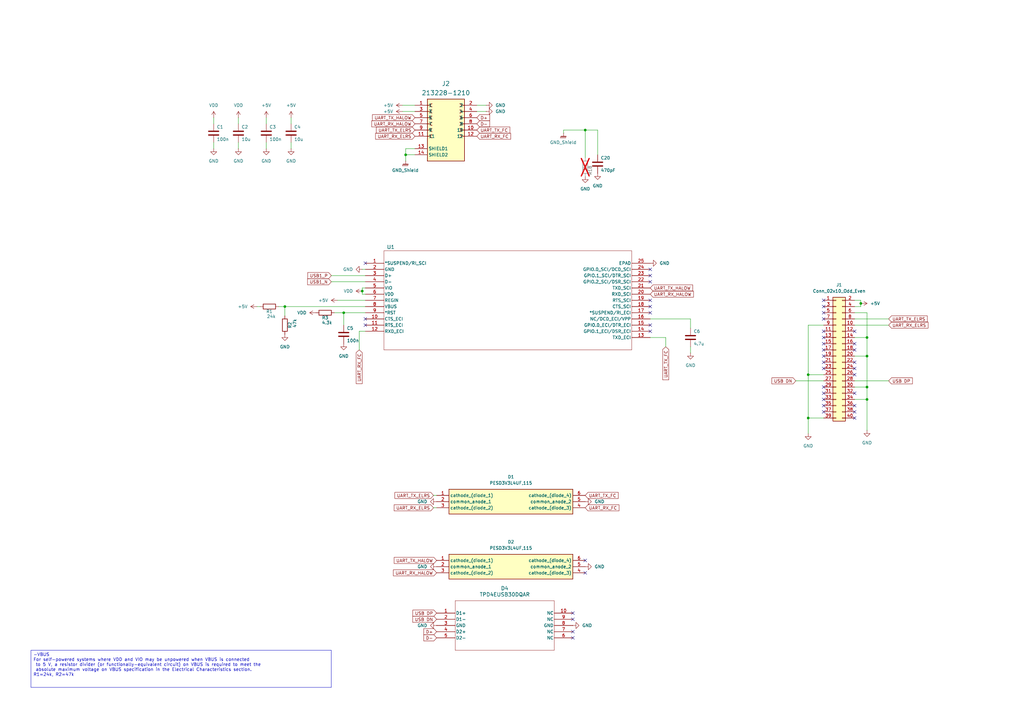
<source format=kicad_sch>
(kicad_sch (version 20231120) (generator "eeschema") (generator_version "8.0")
  (paper "A3")
  (title_block (title "UART_HUB") (date "2024-08-16") (rev "V1.1") (company "UART_HUB"))
  (lib_symbols
    (symbol "+3.3V_4" (power) (pin_names (offset 0))
      (property "Value" "+3.3V" (at 0 3.556 0))
      (symbol "+3.3V_4_0_1"
        (polyline (pts (xy -0.762 1.27) (xy 0 2.54)))
        (polyline (pts (xy 0 0) (xy 0 2.54)))
        (polyline (pts (xy 0 2.54) (xy 0.762 1.27)))
      )
      (symbol "+3.3V_4_1_1"
        (pin power_in line (at 0 0 90) (length 0) hide (name "+3.3V") (number "1"))
      )
    )
    (symbol "213227-1210:2132271210"
      (property "Reference" "J2" (at 0 19.05 0))
      (property "Value" "213228-1210" (at 0 15.24 0))
      (symbol "2132271210_1_0"
        (arc (start -5.715 -1.905) (mid -6.35 -2.54) (end -5.715 -3.175) (stroke (width 0.254)))
        (arc (start -5.715 0.635) (mid -6.35 0) (end -5.715 -0.635) (stroke (width 0.254)))
        (arc (start -5.715 3.175) (mid -6.35 2.54) (end -5.715 1.905) (stroke (width 0.254)))
        (arc (start -5.715 5.715) (mid -6.35 5.08) (end -5.715 4.445) (stroke (width 0.254)))
        (arc (start -5.715 8.255) (mid -6.35 7.62) (end -5.715 6.985) (stroke (width 0.254)))
        (arc (start -5.715 10.795) (mid -6.35 10.16) (end -5.715 9.525) (stroke (width 0.254)))
        (polyline (pts (xy -7.62 -2.54) (xy -6.35 -2.54)) (stroke (width 0.254)))
        (polyline (pts (xy -7.62 0) (xy -6.35 0)) (stroke (width 0.254)))
        (polyline (pts (xy -7.62 2.54) (xy -6.35 2.54)) (stroke (width 0.254)))
        (polyline (pts (xy -7.62 5.08) (xy -6.35 5.08)) (stroke (width 0.254)))
        (polyline (pts (xy -7.62 7.62) (xy -6.35 7.62)) (stroke (width 0.254)))
        (polyline (pts (xy -7.62 10.16) (xy -6.35 10.16)) (stroke (width 0.254)))
        (polyline (pts (xy 7.62 -2.54) (xy 6.35 -2.54)) (stroke (width 0.254)))
        (polyline (pts (xy 7.62 0) (xy 6.35 0)) (stroke (width 0.254)))
        (polyline (pts (xy 7.62 2.54) (xy 6.35 2.54)) (stroke (width 0.254)))
        (polyline (pts (xy 7.62 5.08) (xy 6.35 5.08)) (stroke (width 0.254)))
        (polyline (pts (xy 7.62 7.62) (xy 6.35 7.62)) (stroke (width 0.254)))
        (polyline (pts (xy 7.62 10.16) (xy 6.35 10.16)) (stroke (width 0.254)))
        (arc (start 5.715 -3.175) (mid 6.35 -2.54) (end 5.715 -1.905) (stroke (width 0.254)))
        (arc (start 5.715 -0.635) (mid 6.35 0) (end 5.715 0.635) (stroke (width 0.254)))
        (arc (start 5.715 1.905) (mid 6.35 2.54) (end 5.715 3.175) (stroke (width 0.254)))
        (arc (start 5.715 4.445) (mid 6.35 5.08) (end 5.715 5.715) (stroke (width 0.254)))
        (arc (start 5.715 6.985) (mid 6.35 7.62) (end 5.715 8.255) (stroke (width 0.254)))
        (arc (start 5.715 9.525) (mid 6.35 10.16) (end 5.715 10.795) (stroke (width 0.254)))
        (rectangle (start 7.62 12.7) (end -7.62 -12.7) (stroke (width 0.254) (color 128 0 0 1)) (fill (type background)))
        (pin passive line (at -12.7 10.16 0) (length 5.08) (name "1") (number "1"))
        (pin passive line (at 12.7 0 180) (length 5.08) (name "10") (number "10"))
        (pin passive line (at -12.7 -2.54 0) (length 5.08) (name "11") (number "11"))
        (pin passive line (at 12.7 -2.54 180) (length 5.08) (name "12") (number "12"))
        (pin passive line (at -12.7 -7.62 0) (length 5.08) (name "SHIELD1") (number "13"))
        (pin passive line (at -12.7 -10.16 0) (length 5.08) (name "SHIELD2") (number "14"))
        (pin passive line (at 12.7 10.16 180) (length 5.08) (name "2") (number "2"))
        (pin passive line (at -12.7 7.62 0) (length 5.08) (name "3") (number "3"))
        (pin passive line (at 12.7 7.62 180) (length 5.08) (name "4") (number "4"))
        (pin passive line (at -12.7 5.08 0) (length 5.08) (name "5") (number "5"))
        (pin passive line (at 12.7 5.08 180) (length 5.08) (name "6") (number "6"))
        (pin passive line (at -12.7 2.54 0) (length 5.08) (name "7") (number "7"))
        (pin passive line (at 12.7 2.54 180) (length 5.08) (name "8") (number "8"))
        (pin passive line (at -12.7 0 0) (length 5.08) (name "9") (number "9"))
      )
    )
    (symbol "CP2105:CP2105-F01-GM" (pin_names (offset 0.254))
      (property "Reference" "U1" (at 58.42 10.16 0))
      (property "Value" "CP2105-F01-GM" (at 58.42 7.62 0))
      (symbol "CP2105-F01-GM_0_1"
        (polyline (pts (xy 7.62 -35.56) (xy 109.22 -35.56)) (stroke (width 0.127)))
        (polyline (pts (xy 7.62 5.08) (xy 7.62 -35.56)) (stroke (width 0.127)))
        (polyline (pts (xy 109.22 -35.56) (xy 109.22 5.08)) (stroke (width 0.127)))
        (polyline (pts (xy 109.22 5.08) (xy 7.62 5.08)) (stroke (width 0.127)))
        (pin bidirectional line (at 0 0 0) (length 7.62) (name "*SUSPEND/RI_SCI") (number "1"))
        (pin input line (at 0 -22.86 0) (length 7.62) (name "CTS_ECI") (number "10"))
        (pin output line (at 0 -25.4 0) (length 7.62) (name "RTS_ECI") (number "11"))
        (pin input line (at 0 -27.94 0) (length 7.62) (name "RXD_ECI") (number "12"))
        (pin output line (at 116.84 -30.48 180) (length 7.62) (name "TXD_ECI") (number "13"))
        (pin bidirectional line (at 116.84 -27.94 180) (length 7.62) (name "GPIO.1_ECI/DSR_ECI") (number "14"))
        (pin bidirectional line (at 116.84 -25.4 180) (length 7.62) (name "GPIO.0_ECI/DTR_ECI") (number "15"))
        (pin bidirectional line (at 116.84 -22.86 180) (length 7.62) (name "NC/DCD_ECI/VPP") (number "16"))
        (pin bidirectional line (at 116.84 -20.32 180) (length 7.62) (name "*SUSPEND/RI_ECI") (number "17"))
        (pin input line (at 116.84 -17.78 180) (length 7.62) (name "CTS_SCI") (number "18"))
        (pin output line (at 116.84 -15.24 180) (length 7.62) (name "RTS_SCI") (number "19"))
        (pin power_in line (at 0 -2.54 0) (length 7.62) (name "GND") (number "2"))
        (pin input line (at 116.84 -12.7 180) (length 7.62) (name "RXD_SCI") (number "20"))
        (pin output line (at 116.84 -10.16 180) (length 7.62) (name "TXD_SCI") (number "21"))
        (pin bidirectional line (at 116.84 -7.62 180) (length 7.62) (name "GPIO.2_SCI/DSR_SCI") (number "22"))
        (pin bidirectional line (at 116.84 -5.08 180) (length 7.62) (name "GPIO.1_SCI/DTR_SCI") (number "23"))
        (pin bidirectional line (at 116.84 -2.54 180) (length 7.62) (name "GPIO.0_SCI/DCD_SCI") (number "24"))
        (pin bidirectional line (at 0 -5.08 0) (length 7.62) (name "D+") (number "3"))
        (pin bidirectional line (at 0 -7.62 0) (length 7.62) (name "D-") (number "4"))
        (pin bidirectional line (at 0 -10.16 0) (length 7.62) (name "VIO") (number "5"))
        (pin power_in line (at 0 -12.7 0) (length 7.62) (name "VDD") (number "6"))
        (pin input line (at 0 -15.24 0) (length 7.62) (name "REGIN") (number "7"))
        (pin input line (at 0 -17.78 0) (length 7.62) (name "VBUS") (number "8"))
        (pin bidirectional line (at 0 -20.32 0) (length 7.62) (name "*RST") (number "9"))
      )
      (symbol "CP2105-F01-GM_1_1"
        (pin passive line (at 116.84 0 180) (length 7.62) (name "EPAD") (number "25"))
      )
    )
    (symbol "C_1" (pin_numbers hide) (pin_names (offset 0.254) hide)
      (property "Reference" "C" (at 0.635 2.54 0))
      (property "Value" "C" (at 0.635 -2.54 0))
      (symbol "C_1_0_1"
        (polyline (pts (xy -2.032 -0.762) (xy 2.032 -0.762)) (stroke (width 0.508)))
        (polyline (pts (xy -2.032 0.762) (xy 2.032 0.762)) (stroke (width 0.508)))
      )
      (symbol "C_1_1_1"
        (pin passive line (at 0 3.81 270) (length 2.794) (name "~") (number "1"))
        (pin passive line (at 0 -3.81 90) (length 2.794) (name "~") (number "2"))
      )
    )
    (symbol "C_2" (pin_numbers hide) (pin_names (offset 0.254) hide)
      (property "Reference" "C" (at 0.635 2.54 0))
      (property "Value" "C" (at 0.635 -2.54 0))
      (symbol "C_2_0_1"
        (polyline (pts (xy -2.032 -0.762) (xy 2.032 -0.762)) (stroke (width 0.508)))
        (polyline (pts (xy -2.032 0.762) (xy 2.032 0.762)) (stroke (width 0.508)))
      )
      (symbol "C_2_1_1"
        (pin passive line (at 0 3.81 270) (length 2.794) (name "~") (number "1"))
        (pin passive line (at 0 -3.81 90) (length 2.794) (name "~") (number "2"))
      )
    )
    (symbol "Connector_Generic:Conn_02x20_Odd_Even" (pin_names (offset 1.016) hide)
      (property "Reference" "J" (at 1.27 25.4 0))
      (property "Value" "Conn_02x20_Odd_Even" (at 1.27 -27.94 0))
      (symbol "Conn_02x20_Odd_Even_1_1"
        (rectangle (start -1.27 -25.273) (end 0 -25.527) (stroke (width 0.1524)))
        (rectangle (start -1.27 -22.733) (end 0 -22.987) (stroke (width 0.1524)))
        (rectangle (start -1.27 -20.193) (end 0 -20.447) (stroke (width 0.1524)))
        (rectangle (start -1.27 -17.653) (end 0 -17.907) (stroke (width 0.1524)))
        (rectangle (start -1.27 -15.113) (end 0 -15.367) (stroke (width 0.1524)))
        (rectangle (start -1.27 -12.573) (end 0 -12.827) (stroke (width 0.1524)))
        (rectangle (start -1.27 -10.033) (end 0 -10.287) (stroke (width 0.1524)))
        (rectangle (start -1.27 -7.493) (end 0 -7.747) (stroke (width 0.1524)))
        (rectangle (start -1.27 -4.953) (end 0 -5.207) (stroke (width 0.1524)))
        (rectangle (start -1.27 -2.413) (end 0 -2.667) (stroke (width 0.1524)))
        (rectangle (start -1.27 0.127) (end 0 -0.127) (stroke (width 0.1524)))
        (rectangle (start -1.27 2.667) (end 0 2.413) (stroke (width 0.1524)))
        (rectangle (start -1.27 5.207) (end 0 4.953) (stroke (width 0.1524)))
        (rectangle (start -1.27 7.747) (end 0 7.493) (stroke (width 0.1524)))
        (rectangle (start -1.27 10.287) (end 0 10.033) (stroke (width 0.1524)))
        (rectangle (start -1.27 12.827) (end 0 12.573) (stroke (width 0.1524)))
        (rectangle (start -1.27 15.367) (end 0 15.113) (stroke (width 0.1524)))
        (rectangle (start -1.27 17.907) (end 0 17.653) (stroke (width 0.1524)))
        (rectangle (start -1.27 20.447) (end 0 20.193) (stroke (width 0.1524)))
        (rectangle (start -1.27 22.987) (end 0 22.733) (stroke (width 0.1524)))
        (rectangle (start -1.27 24.13) (end 3.81 -26.67) (stroke (width 0.254)) (fill (type background)))
        (rectangle (start 3.81 -25.273) (end 2.54 -25.527) (stroke (width 0.1524)))
        (rectangle (start 3.81 -22.733) (end 2.54 -22.987) (stroke (width 0.1524)))
        (rectangle (start 3.81 -20.193) (end 2.54 -20.447) (stroke (width 0.1524)))
        (rectangle (start 3.81 -17.653) (end 2.54 -17.907) (stroke (width 0.1524)))
        (rectangle (start 3.81 -15.113) (end 2.54 -15.367) (stroke (width 0.1524)))
        (rectangle (start 3.81 -12.573) (end 2.54 -12.827) (stroke (width 0.1524)))
        (rectangle (start 3.81 -10.033) (end 2.54 -10.287) (stroke (width 0.1524)))
        (rectangle (start 3.81 -7.493) (end 2.54 -7.747) (stroke (width 0.1524)))
        (rectangle (start 3.81 -4.953) (end 2.54 -5.207) (stroke (width 0.1524)))
        (rectangle (start 3.81 -2.413) (end 2.54 -2.667) (stroke (width 0.1524)))
        (rectangle (start 3.81 0.127) (end 2.54 -0.127) (stroke (width 0.1524)))
        (rectangle (start 3.81 2.667) (end 2.54 2.413) (stroke (width 0.1524)))
        (rectangle (start 3.81 5.207) (end 2.54 4.953) (stroke (width 0.1524)))
        (rectangle (start 3.81 7.747) (end 2.54 7.493) (stroke (width 0.1524)))
        (rectangle (start 3.81 10.287) (end 2.54 10.033) (stroke (width 0.1524)))
        (rectangle (start 3.81 12.827) (end 2.54 12.573) (stroke (width 0.1524)))
        (rectangle (start 3.81 15.367) (end 2.54 15.113) (stroke (width 0.1524)))
        (rectangle (start 3.81 17.907) (end 2.54 17.653) (stroke (width 0.1524)))
        (rectangle (start 3.81 20.447) (end 2.54 20.193) (stroke (width 0.1524)))
        (rectangle (start 3.81 22.987) (end 2.54 22.733) (stroke (width 0.1524)))
        (pin passive line (at -5.08 22.86 0) (length 3.81) (name "Pin_1") (number "1"))
        (pin passive line (at 7.62 12.7 180) (length 3.81) (name "Pin_10") (number "10"))
        (pin passive line (at -5.08 10.16 0) (length 3.81) (name "Pin_11") (number "11"))
        (pin passive line (at 7.62 10.16 180) (length 3.81) (name "Pin_12") (number "12"))
        (pin passive line (at -5.08 7.62 0) (length 3.81) (name "Pin_13") (number "13"))
        (pin passive line (at 7.62 7.62 180) (length 3.81) (name "Pin_14") (number "14"))
        (pin passive line (at -5.08 5.08 0) (length 3.81) (name "Pin_15") (number "15"))
        (pin passive line (at 7.62 5.08 180) (length 3.81) (name "Pin_16") (number "16"))
        (pin passive line (at -5.08 2.54 0) (length 3.81) (name "Pin_17") (number "17"))
        (pin passive line (at 7.62 2.54 180) (length 3.81) (name "Pin_18") (number "18"))
        (pin passive line (at -5.08 0 0) (length 3.81) (name "Pin_19") (number "19"))
        (pin passive line (at 7.62 22.86 180) (length 3.81) (name "Pin_2") (number "2"))
        (pin passive line (at 7.62 0 180) (length 3.81) (name "Pin_20") (number "20"))
        (pin passive line (at -5.08 -2.54 0) (length 3.81) (name "Pin_21") (number "21"))
        (pin passive line (at 7.62 -2.54 180) (length 3.81) (name "Pin_22") (number "22"))
        (pin passive line (at -5.08 -5.08 0) (length 3.81) (name "Pin_23") (number "23"))
        (pin passive line (at 7.62 -5.08 180) (length 3.81) (name "Pin_24") (number "24"))
        (pin passive line (at -5.08 -7.62 0) (length 3.81) (name "Pin_25") (number "25"))
        (pin passive line (at 7.62 -7.62 180) (length 3.81) (name "Pin_26") (number "26"))
        (pin passive line (at -5.08 -10.16 0) (length 3.81) (name "Pin_27") (number "27"))
        (pin passive line (at 7.62 -10.16 180) (length 3.81) (name "Pin_28") (number "28"))
        (pin passive line (at -5.08 -12.7 0) (length 3.81) (name "Pin_29") (number "29"))
        (pin passive line (at -5.08 20.32 0) (length 3.81) (name "Pin_3") (number "3"))
        (pin passive line (at 7.62 -12.7 180) (length 3.81) (name "Pin_30") (number "30"))
        (pin passive line (at -5.08 -15.24 0) (length 3.81) (name "Pin_31") (number "31"))
        (pin passive line (at 7.62 -15.24 180) (length 3.81) (name "Pin_32") (number "32"))
        (pin passive line (at -5.08 -17.78 0) (length 3.81) (name "Pin_33") (number "33"))
        (pin passive line (at 7.62 -17.78 180) (length 3.81) (name "Pin_34") (number "34"))
        (pin passive line (at -5.08 -20.32 0) (length 3.81) (name "Pin_35") (number "35"))
        (pin passive line (at 7.62 -20.32 180) (length 3.81) (name "Pin_36") (number "36"))
        (pin passive line (at -5.08 -22.86 0) (length 3.81) (name "Pin_37") (number "37"))
        (pin passive line (at 7.62 -22.86 180) (length 3.81) (name "Pin_38") (number "38"))
        (pin passive line (at -5.08 -25.4 0) (length 3.81) (name "Pin_39") (number "39"))
        (pin passive line (at 7.62 20.32 180) (length 3.81) (name "Pin_4") (number "4"))
        (pin passive line (at 7.62 -25.4 180) (length 3.81) (name "Pin_40") (number "40"))
        (pin passive line (at -5.08 17.78 0) (length 3.81) (name "Pin_5") (number "5"))
        (pin passive line (at 7.62 17.78 180) (length 3.81) (name "Pin_6") (number "6"))
        (pin passive line (at -5.08 15.24 0) (length 3.81) (name "Pin_7") (number "7"))
        (pin passive line (at 7.62 15.24 180) (length 3.81) (name "Pin_8") (number "8"))
        (pin passive line (at -5.08 12.7 0) (length 3.81) (name "Pin_9") (number "9"))
      )
    )
    (symbol "Device:C" (pin_numbers hide) (pin_names (offset 0.254))
      (property "Reference" "C" (at 0.635 2.54 0))
      (property "Value" "C" (at 0.635 -2.54 0))
      (symbol "C_0_1"
        (polyline (pts (xy -2.032 -0.762) (xy 2.032 -0.762)) (stroke (width 0.508)))
        (polyline (pts (xy -2.032 0.762) (xy 2.032 0.762)) (stroke (width 0.508)))
      )
      (symbol "C_1_1"
        (pin passive line (at 0 3.81 270) (length 2.794) (name "~") (number "1"))
        (pin passive line (at 0 -3.81 90) (length 2.794) (name "~") (number "2"))
      )
    )
    (symbol "Device:R" (pin_numbers hide) (pin_names (offset 0))
      (property "Reference" "R" (at 2.032 0 90))
      (property "Value" "R" (at 0 0 90))
      (symbol "R_0_1"
        (rectangle (start -1.016 -2.54) (end 1.016 2.54) (stroke (width 0.254)))
      )
      (symbol "R_1_1"
        (pin passive line (at 0 3.81 270) (length 1.27) (name "~") (number "1"))
        (pin passive line (at 0 -3.81 90) (length 1.27) (name "~") (number "2"))
      )
    )
    (symbol "GND_1" (power) (pin_numbers hide) (pin_names (offset 0) hide)
      (property "Value" "GND" (at 0 -3.81 0))
      (symbol "GND_1_0_1"
        (polyline (pts (xy 0 0) (xy 0 -1.27) (xy 1.27 -1.27) (xy 0 -2.54) (xy -1.27 -1.27) (xy 0 -1.27)))
      )
      (symbol "GND_1_1_1"
        (pin power_in line (at 0 0 270) (length 0) (name "~") (number "1"))
      )
    )
    (symbol "PESD3V3L4UF,115:PESD3V3L4UF,115"
      (property "Reference" "D" (at 57.15 7.62 0))
      (property "Value" "PESD3V3L4UF,115" (at 57.15 5.08 0))
      (symbol "PESD3V3L4UF,115_1_1"
        (rectangle (start 5.08 2.54) (end 55.88 -7.62) (stroke (width 0.254)) (fill (type background)))
        (pin passive line (at 0 0 0) (length 5.08) (name "cathode_(diode_1)") (number "1"))
        (pin passive line (at 0 -2.54 0) (length 5.08) (name "common_anode_1") (number "2"))
        (pin passive line (at 0 -5.08 0) (length 5.08) (name "cathode_(diode_2)") (number "3"))
        (pin passive line (at 60.96 -5.08 180) (length 5.08) (name "cathode_(diode_3)") (number "4"))
        (pin passive line (at 60.96 -2.54 180) (length 5.08) (name "common_anode_2") (number "5"))
        (pin passive line (at 60.96 0 180) (length 5.08) (name "cathode_(diode_4)") (number "6"))
      )
    )
    (symbol "TPD4EUSB30DQAR:TPD4EUSB30DQAR" (pin_names (offset 0.254))
      (property "Reference" "U" (at 27.94 10.16 0))
      (property "Value" "TPD4EUSB30DQAR" (at 27.94 7.62 0))
      (symbol "TPD4EUSB30DQAR_0_1"
        (polyline (pts (xy 7.62 -15.24) (xy 48.26 -15.24)) (stroke (width 0.127)))
        (polyline (pts (xy 7.62 5.08) (xy 7.62 -15.24)) (stroke (width 0.127)))
        (polyline (pts (xy 48.26 -15.24) (xy 48.26 5.08)) (stroke (width 0.127)))
        (polyline (pts (xy 48.26 5.08) (xy 7.62 5.08)) (stroke (width 0.127)))
        (pin unspecified line (at 0 0 0) (length 7.62) (name "D1+") (number "1"))
        (pin unspecified line (at 55.88 0 180) (length 7.62) (name "NC") (number "10"))
        (pin unspecified line (at 0 -2.54 0) (length 7.62) (name "D1-") (number "2"))
        (pin power_in line (at 0 -5.08 0) (length 7.62) (name "GND") (number "3"))
        (pin unspecified line (at 0 -7.62 0) (length 7.62) (name "D2+") (number "4"))
        (pin unspecified line (at 0 -10.16 0) (length 7.62) (name "D2-") (number "5"))
        (pin unspecified line (at 55.88 -10.16 180) (length 7.62) (name "NC") (number "6"))
        (pin unspecified line (at 55.88 -7.62 180) (length 7.62) (name "NC") (number "7"))
        (pin power_in line (at 55.88 -5.08 180) (length 7.62) (name "GND") (number "8"))
        (pin unspecified line (at 55.88 -2.54 180) (length 7.62) (name "NC") (number "9"))
      )
    )
    (symbol "power:+5VD" (power) (pin_numbers hide) (pin_names (offset 0) hide)
      (property "Value" "+5VD" (at 0 3.556 0))
      (symbol "+5VD_0_1"
        (polyline (pts (xy -0.762 1.27) (xy 0 2.54)))
        (polyline (pts (xy 0 0) (xy 0 2.54)))
        (polyline (pts (xy 0 2.54) (xy 0.762 1.27)))
      )
      (symbol "+5VD_1_1"
        (pin power_in line (at 0 0 90) (length 0) (name "~") (number "1"))
      )
    )
    (symbol "power:GND" (power) (pin_numbers hide) (pin_names (offset 0) hide)
      (property "Value" "GND" (at 0 -3.81 0))
      (symbol "GND_0_1"
        (polyline (pts (xy 0 0) (xy 0 -1.27) (xy 1.27 -1.27) (xy 0 -2.54) (xy -1.27 -1.27) (xy 0 -1.27)))
      )
      (symbol "GND_1_1"
        (pin power_in line (at 0 0 270) (length 0) (name "~") (number "1"))
      )
    )
    (symbol "power:GNDPWR" (power) (pin_numbers hide) (pin_names (offset 0) hide)
      (property "Value" "GNDPWR" (at 0 -3.302 0))
      (symbol "GNDPWR_0_1"
        (polyline (pts (xy 0 -1.27) (xy 0 0)))
        (polyline (pts (xy -1.016 -1.27) (xy -1.27 -2.032) (xy -1.27 -2.032)) (stroke (width 0.2032)))
        (polyline (pts (xy -0.508 -1.27) (xy -0.762 -2.032) (xy -0.762 -2.032)) (stroke (width 0.2032)))
        (polyline (pts (xy 0 -1.27) (xy -0.254 -2.032) (xy -0.254 -2.032)) (stroke (width 0.2032)))
        (polyline (pts (xy 0.508 -1.27) (xy 0.254 -2.032) (xy 0.254 -2.032)) (stroke (width 0.2032)))
        (polyline (pts (xy 1.016 -1.27) (xy -1.016 -1.27) (xy -1.016 -1.27)) (stroke (width 0.2032)))
        (polyline (pts (xy 1.016 -1.27) (xy 0.762 -2.032) (xy 0.762 -2.032) (xy 0.762 -2.032)) (stroke (width 0.2032)))
      )
      (symbol "GNDPWR_1_1"
        (pin power_in line (at 0 0 270) (length 0) (name "~") (number "1"))
      )
    )
  )
  (junction (at 355.6 146.05))
  (junction (at 148.59 119.38))
  (junction (at 331.47 153.67))
  (junction (at 355.6 163.83))
  (junction (at 353.06 124.46))
  (junction (at 355.6 158.75))
  (junction (at 331.47 171.45))
  (junction (at 166.37 63.5))
  (junction (at 116.84 125.73))
  (junction (at 355.6 138.43))
  (junction (at 240.03 53.34))
  (junction (at 140.97 128.27))
  (no_connect (at 240.03 229.87))
  (no_connect (at 350.52 153.67))
  (no_connect (at 337.82 166.37))
  (no_connect (at 234.95 254))
  (no_connect (at 266.7 115.57))
  (no_connect (at 337.82 158.75))
  (no_connect (at 266.7 135.89))
  (no_connect (at 350.52 161.29))
  (no_connect (at 350.52 166.37))
  (no_connect (at 266.7 128.27))
  (no_connect (at 266.7 123.19))
  (no_connect (at 337.82 125.73))
  (no_connect (at 350.52 135.89))
  (no_connect (at 337.82 161.29))
  (no_connect (at 337.82 135.89))
  (no_connect (at 234.95 251.46))
  (no_connect (at 266.7 113.03))
  (no_connect (at 350.52 148.59))
  (no_connect (at 350.52 140.97))
  (no_connect (at 266.7 133.35))
  (no_connect (at 337.82 163.83))
  (no_connect (at 266.7 125.73))
  (no_connect (at 337.82 143.51))
  (no_connect (at 240.03 234.95))
  (no_connect (at 337.82 151.13))
  (no_connect (at 350.52 168.91))
  (no_connect (at 337.82 130.81))
  (no_connect (at 337.82 138.43))
  (no_connect (at 337.82 168.91))
  (no_connect (at 337.82 148.59))
  (no_connect (at 149.86 133.35))
  (no_connect (at 337.82 128.27))
  (no_connect (at 350.52 171.45))
  (no_connect (at 350.52 151.13))
  (no_connect (at 266.7 110.49))
  (no_connect (at 350.52 143.51))
  (no_connect (at 337.82 146.05))
  (no_connect (at 234.95 259.08))
  (no_connect (at 149.86 130.81))
  (no_connect (at 149.86 107.95))
  (no_connect (at 234.95 261.62))
  (no_connect (at 337.82 140.97))
  (no_connect (at 337.82 123.19))
  (wire (pts (xy 116.84 129.54) (xy 116.84 125.73)))
  (wire (pts (xy 350.52 156.21) (xy 364.49 156.21)))
  (wire (pts (xy 97.79 48.26) (xy 97.79 50.8)))
  (wire (pts (xy 148.59 110.49) (xy 149.86 110.49)))
  (wire (pts (xy 119.38 60.96) (xy 119.38 58.42)))
  (wire (pts (xy 355.6 146.05) (xy 355.6 158.75)))
  (wire (pts (xy 331.47 153.67) (xy 331.47 171.45)))
  (wire (pts (xy 231.14 53.34) (xy 240.03 53.34)))
  (wire (pts (xy 353.06 125.73) (xy 350.52 125.73)))
  (wire (pts (xy 137.16 128.27) (xy 140.97 128.27)))
  (wire (pts (xy 331.47 171.45) (xy 331.47 177.8)))
  (wire (pts (xy 355.6 138.43) (xy 355.6 146.05)))
  (wire (pts (xy 245.11 53.34) (xy 245.11 63.5)))
  (wire (pts (xy 97.79 60.96) (xy 97.79 58.42)))
  (wire (pts (xy 355.6 163.83) (xy 355.6 176.53)))
  (wire (pts (xy 331.47 171.45) (xy 337.82 171.45)))
  (wire (pts (xy 350.52 130.81) (xy 364.49 130.81)))
  (wire (pts (xy 135.89 113.03) (xy 149.86 113.03)))
  (wire (pts (xy 147.32 143.51) (xy 147.32 135.89)))
  (wire (pts (xy 355.6 128.27) (xy 355.6 138.43)))
  (wire (pts (xy 199.39 43.18) (xy 195.58 43.18)))
  (wire (pts (xy 355.6 158.75) (xy 355.6 163.83)))
  (wire (pts (xy 331.47 133.35) (xy 331.47 153.67)))
  (wire (pts (xy 231.14 53.34) (xy 231.14 54.61)))
  (wire (pts (xy 350.52 128.27) (xy 355.6 128.27)))
  (wire (pts (xy 148.59 118.11) (xy 148.59 119.38)))
  (wire (pts (xy 177.8 208.28) (xy 179.07 208.28)))
  (wire (pts (xy 177.8 203.2) (xy 179.07 203.2)))
  (wire (pts (xy 350.52 123.19) (xy 353.06 123.19)))
  (wire (pts (xy 116.84 125.73) (xy 114.3 125.73)))
  (wire (pts (xy 273.05 138.43) (xy 266.7 138.43)))
  (wire (pts (xy 240.03 53.34) (xy 245.11 53.34)))
  (wire (pts (xy 331.47 153.67) (xy 337.82 153.67)))
  (wire (pts (xy 135.89 115.57) (xy 149.86 115.57)))
  (wire (pts (xy 166.37 63.5) (xy 170.18 63.5)))
  (wire (pts (xy 119.38 48.26) (xy 119.38 50.8)))
  (wire (pts (xy 147.32 135.89) (xy 149.86 135.89)))
  (wire (pts (xy 105.41 125.73) (xy 106.68 125.73)))
  (wire (pts (xy 283.21 130.81) (xy 283.21 134.62)))
  (wire (pts (xy 266.7 130.81) (xy 283.21 130.81)))
  (wire (pts (xy 87.63 60.96) (xy 87.63 58.42)))
  (wire (pts (xy 326.39 156.21) (xy 337.82 156.21)))
  (wire (pts (xy 240.03 53.34) (xy 240.03 64.77)))
  (wire (pts (xy 350.52 158.75) (xy 355.6 158.75)))
  (wire (pts (xy 350.52 133.35) (xy 364.49 133.35)))
  (wire (pts (xy 350.52 163.83) (xy 355.6 163.83)))
  (wire (pts (xy 116.84 125.73) (xy 149.86 125.73)))
  (wire (pts (xy 350.52 146.05) (xy 355.6 146.05)))
  (wire (pts (xy 165.1 45.72) (xy 170.18 45.72)))
  (wire (pts (xy 148.59 118.11) (xy 149.86 118.11)))
  (wire (pts (xy 165.1 43.18) (xy 170.18 43.18)))
  (wire (pts (xy 109.22 48.26) (xy 109.22 50.8)))
  (wire (pts (xy 350.52 138.43) (xy 355.6 138.43)))
  (wire (pts (xy 337.82 133.35) (xy 331.47 133.35)))
  (wire (pts (xy 273.05 138.43) (xy 273.05 142.24)))
  (wire (pts (xy 166.37 63.5) (xy 166.37 66.04)))
  (wire (pts (xy 283.21 144.78) (xy 283.21 142.24)))
  (wire (pts (xy 199.39 45.72) (xy 195.58 45.72)))
  (wire (pts (xy 140.97 128.27) (xy 149.86 128.27)))
  (wire (pts (xy 87.63 48.26) (xy 87.63 50.8)))
  (wire (pts (xy 166.37 60.96) (xy 166.37 63.5)))
  (wire (pts (xy 149.86 120.65) (xy 148.59 120.65)))
  (wire (pts (xy 109.22 58.42) (xy 109.22 60.96)))
  (wire (pts (xy 140.97 128.27) (xy 140.97 133.35)))
  (wire (pts (xy 353.06 124.46) (xy 353.06 125.73)))
  (wire (pts (xy 138.43 123.19) (xy 149.86 123.19)))
  (wire (pts (xy 166.37 60.96) (xy 170.18 60.96)))
  (wire (pts (xy 148.59 119.38) (xy 148.59 120.65)))
  (wire (pts (xy 353.06 123.19) (xy 353.06 124.46)))
  (text_box "-VBUS\nFor self-powered systems where VDD and VIO may be unpowered when VBUS is connected\n to 5 V, a resistor divider (or functionally-equivalent circuit) on VBUS is required to meet the\n absolute maximum voltage on VBUS specification in the Electrical Characteristics section.\nR1=24k, R2=47k" (at 12.7 266.7 0) (size 123.19 15.24) (effects (font (size 1.27 1.27)) (justify left top)))
  (global_label "USB DP" (shape input) (at 179.07 251.46 180) (property "Intersheetrefs" "${INTERSHEET_REFS}" (effects (hide yes))))
  (global_label "UART_RX_ELRS" (shape input) (at 177.8 208.28 180) (property "Intersheetrefs" "${INTERSHEET_REFS}" (effects (hide yes))))
  (global_label "UART_TX_FC" (shape input) (at 195.58 53.34 0) (property "Intersheetrefs" "${INTERSHEET_REFS}" (effects (hide yes))))
  (global_label "UART_RX_FC" (shape input) (at 240.03 208.28 0) (property "Intersheetrefs" "${INTERSHEET_REFS}" (effects (hide yes))))
  (global_label "USB DP" (shape input) (at 364.49 156.21 0) (property "Intersheetrefs" "${INTERSHEET_REFS}" (effects (hide yes))))
  (global_label "USB1_P" (shape input) (at 135.89 113.03 180) (property "Intersheetrefs" "${INTERSHEET_REFS}" (effects (hide yes))))
  (global_label "UART_TX_HALOW" (shape input) (at 179.07 229.87 180) (property "Intersheetrefs" "${INTERSHEET_REFS}" (effects (hide yes))))
  (global_label "UART_TX_ELRS" (shape input) (at 177.8 203.2 180) (property "Intersheetrefs" "${INTERSHEET_REFS}" (effects (hide yes))))
  (global_label "D+" (shape input) (at 195.58 48.26 0) (property "Intersheetrefs" "${INTERSHEET_REFS}" (effects (hide yes))))
  (global_label "UART_RX_HALOW" (shape input) (at 266.7 120.65 0) (property "Intersheetrefs" "${INTERSHEET_REFS}" (effects (hide yes))))
  (global_label "UART_TX_FC" (shape input) (at 273.05 142.24 270) (property "Intersheetrefs" "${INTERSHEET_REFS}" (effects (hide yes))))
  (global_label "UART_TX_HALOW" (shape input) (at 170.18 48.26 180) (property "Intersheetrefs" "${INTERSHEET_REFS}" (effects (hide yes))))
  (global_label "UART_TX_FC" (shape input) (at 240.03 203.2 0) (property "Intersheetrefs" "${INTERSHEET_REFS}" (effects (hide yes))))
  (global_label "USB1_N" (shape input) (at 135.89 115.57 180) (property "Intersheetrefs" "${INTERSHEET_REFS}" (effects (hide yes))))
  (global_label "UART_RX_HALOW" (shape input) (at 170.18 50.8 180) (property "Intersheetrefs" "${INTERSHEET_REFS}" (effects (hide yes))))
  (global_label "UART_RX_HALOW" (shape input) (at 179.07 234.95 180) (property "Intersheetrefs" "${INTERSHEET_REFS}" (effects (hide yes))))
  (global_label "UART_TX_ELRS" (shape input) (at 364.49 130.81 0) (property "Intersheetrefs" "${INTERSHEET_REFS}" (effects (hide yes))))
  (global_label "UART_RX_ELRS" (shape input) (at 170.18 55.88 180) (property "Intersheetrefs" "${INTERSHEET_REFS}" (effects (hide yes))))
  (global_label "UART_RX_FC" (shape input) (at 147.32 143.51 270) (property "Intersheetrefs" "${INTERSHEET_REFS}" (effects (hide yes))))
  (global_label "D-" (shape input) (at 179.07 261.62 180) (property "Intersheetrefs" "${INTERSHEET_REFS}" (effects (hide yes))))
  (global_label "UART_RX_ELRS" (shape input) (at 364.49 133.35 0) (property "Intersheetrefs" "${INTERSHEET_REFS}" (effects (hide yes))))
  (global_label "UART_TX_HALOW" (shape input) (at 266.7 118.11 0) (property "Intersheetrefs" "${INTERSHEET_REFS}" (effects (hide yes))))
  (global_label "UART_TX_ELRS" (shape input) (at 170.18 53.34 180) (property "Intersheetrefs" "${INTERSHEET_REFS}" (effects (hide yes))))
  (global_label "D-" (shape input) (at 195.58 50.8 0) (property "Intersheetrefs" "${INTERSHEET_REFS}" (effects (hide yes))))
  (global_label "USB DN" (shape input) (at 179.07 254 180) (property "Intersheetrefs" "${INTERSHEET_REFS}" (effects (hide yes))))
  (global_label "USB DN" (shape input) (at 326.39 156.21 180) (property "Intersheetrefs" "${INTERSHEET_REFS}" (effects (hide yes))))
  (global_label "UART_RX_FC" (shape input) (at 195.58 55.88 0) (property "Intersheetrefs" "${INTERSHEET_REFS}" (effects (hide yes))))
  (global_label "D+" (shape input) (at 179.07 259.08 180) (property "Intersheetrefs" "${INTERSHEET_REFS}" (effects (hide yes))))
  (symbol (lib_id "Device:C") (at 87.63 54.61 0) (unit 1)
    (property "Reference" "C1" (at 88.9 52.07 0) (effects (justify left)))
    (property "Value" "100n" (at 88.9 57.15 0) (effects (justify left)))
    (property "Footprint" "Capacitor_SMD:C_0201_0603Metric" (effects (hide yes)))
    (property "Description" "Capacitor" (effects (hide yes)))
    (property "Part" "CL10B104KB8NNWC" (effects (hide yes)))
  )
  (symbol (lib_id "Device:R") (at 116.84 133.35 180) (unit 1)
    (property "Reference" "R2" (at 118.872 133.35 90))
    (property "Value" "47k" (at 120.904 132.588 90))
    (property "Footprint" "Resistor_SMD:R_0201_0603Metric" (effects (hide yes)))
    (property "Description" "Resistor" (effects (hide yes)))
    (property "Part" "0201WMF4702TEE" (effects (hide yes)))
  )
  (symbol (lib_id "power:GND") (at 199.39 43.18 90) (unit 1)
    (property "Reference" "#PWR019" (effects (hide yes)))
    (property "Value" "GND" (at 203.2 43.1801 90) (effects (justify right)))
    (property "Description" "Power symbol creates a global label with name \"GND\" , ground" (effects (hide yes)))
  )
  (symbol (lib_name "C_2") (lib_id "Device:C") (at 119.38 54.61 0) (unit 1)
    (property "Reference" "C4" (at 120.65 52.07 0) (effects (justify left)))
    (property "Value" "10u" (at 120.65 57.15 0) (effects (justify left)))
    (property "Footprint" "Capacitor_SMD:C_0805_2012Metric" (effects (hide yes)))
    (property "Description" "Capacitor" (effects (hide yes)))
    (property "Part" "CL21A106KOQNNNE" (effects (hide yes)))
  )
  (symbol (lib_id "Device:R") (at 133.35 128.27 90) (unit 1)
    (property "Reference" "R3" (at 133.35 130.302 90))
    (property "Value" "4.3k" (at 134.112 132.334 90))
    (property "Footprint" "Resistor_SMD:R_0201_0603Metric" (effects (hide yes)))
    (property "Description" "Resistor" (effects (hide yes)))
    (property "Part" "RNCP0603FTD1K00" (effects (hide yes)))
  )
  (symbol (lib_id "power:GND") (at 355.6 176.53 0) (unit 1)
    (property "Reference" "#PWR040" (effects (hide yes)))
    (property "Value" "GND" (at 355.6 181.61 0))
    (property "Description" "Power symbol creates a global label with name \"GND\" , ground" (effects (hide yes)))
  )
  (symbol (lib_id "power:GND") (at 179.07 256.54 270) (unit 1)
    (property "Reference" "#PWR078" (effects (hide yes)))
    (property "Value" "GND" (at 175.26 256.5399 90) (effects (justify right)))
    (property "Description" "Power symbol creates a global label with name \"GND\" , ground" (effects (hide yes)))
  )
  (symbol (lib_id "power:GND") (at 234.95 256.54 90) (unit 1)
    (property "Reference" "#PWR079" (effects (hide yes)))
    (property "Value" "GND" (at 238.76 256.5399 90) (effects (justify right)))
    (property "Description" "Power symbol creates a global label with name \"GND\" , ground" (effects (hide yes)))
  )
  (symbol (lib_id "power:GND") (at 283.21 144.78 0) (unit 1)
    (property "Reference" "#PWR025" (effects (hide yes)))
    (property "Value" "GND" (at 283.21 149.86 0))
    (property "Description" "Power symbol creates a global label with name \"GND\" , ground" (effects (hide yes)))
  )
  (symbol (lib_id "power:GND") (at 240.03 205.74 90) (unit 1)
    (property "Reference" "#PWR020" (effects (hide yes)))
    (property "Value" "GND" (at 243.84 205.7399 90) (effects (justify right)))
    (property "Description" "Power symbol creates a global label with name \"GND\" , ground" (effects (hide yes)))
  )
  (symbol (lib_id "Device:C") (at 283.21 138.43 0) (unit 1)
    (property "Reference" "C6" (at 284.48 135.89 0) (effects (justify left)))
    (property "Value" "4.7u" (at 284.48 140.97 0) (effects (justify left)))
    (property "Footprint" "Capacitor_SMD:C_01005_0402Metric" (effects (hide yes)))
    (property "Description" "Capacitor" (effects (hide yes)))
    (property "Part" "CL05A475MO5NUNC" (effects (hide yes)))
  )
  (symbol (lib_name "+3.3V_4") (lib_id "power:+3.3V") (at 138.43 123.19 90) (unit 1)
    (property "Reference" "#PWR014" (effects (hide yes)))
    (property "Value" "+5V" (at 134.62 123.1899 90) (effects (justify left)))
  )
  (symbol (lib_id "Device:C") (at 140.97 137.16 0) (unit 1)
    (property "Reference" "C5" (at 142.24 134.62 0) (effects (justify left)))
    (property "Value" "100n" (at 142.24 139.7 0) (effects (justify left)))
    (property "Footprint" "Capacitor_SMD:C_0201_0603Metric" (effects (hide yes)))
    (property "Description" "Capacitor" (effects (hide yes)))
    (property "Part" "CL10B104KB8NNWC" (effects (hide yes)))
  )
  (symbol (lib_id "power:GND") (at 266.7 107.95 90) (unit 1)
    (property "Reference" "#PWR024" (effects (hide yes)))
    (property "Value" "GND" (at 270.51 107.9499 90) (effects (justify right)))
    (property "Description" "Power symbol creates a global label with name \"GND\" , ground" (effects (hide yes)))
  )
  (symbol (lib_id "Device:C") (at 109.22 54.61 0) (unit 1)
    (property "Reference" "C3" (at 110.49 52.07 0) (effects (justify left)))
    (property "Value" "100n" (at 110.49 57.15 0) (effects (justify left)))
    (property "Footprint" "Capacitor_SMD:C_0201_0603Metric" (effects (hide yes)))
    (property "Description" "Capacitor" (effects (hide yes)))
    (property "Part" "CL10B104KB8NNWC" (effects (hide yes)))
  )
  (symbol (lib_name "C_1") (lib_id "Device:C") (at 97.79 54.61 0) (unit 1)
    (property "Reference" "C2" (at 99.06 52.07 0) (effects (justify left)))
    (property "Value" "10u" (at 99.06 57.15 0) (effects (justify left)))
    (property "Footprint" "Capacitor_SMD:C_0805_2012Metric" (effects (hide yes)))
    (property "Description" "Capacitor" (effects (hide yes)))
    (property "Part" "CL21A106KOQNNNE" (effects (hide yes)))
  )
  (symbol (lib_name "GND_1") (lib_id "power:GND") (at 245.11 71.12 0) (unit 1)
    (property "Reference" "#PWR082" (effects (hide yes)))
    (property "Value" "GND" (at 245.11 76.2 0))
    (property "Description" "Power symbol creates a global label with name \"GND\" , ground" (effects (hide yes)))
  )
  (symbol (lib_id "power:GND") (at 199.39 45.72 90) (unit 1)
    (property "Reference" "#PWR018" (effects (hide yes)))
    (property "Value" "GND" (at 203.2 45.7201 90) (effects (justify right)))
    (property "Description" "Power symbol creates a global label with name \"GND\" , ground" (effects (hide yes)))
  )
  (symbol (lib_id "power:+5VD") (at 129.54 128.27 90) (unit 1)
    (property "Reference" "#PWR09" (effects (hide yes)))
    (property "Value" "VDD" (at 125.73 128.2699 90) (effects (justify left)))
    (property "Description" "Power symbol creates a global label with name \"+5VD\"" (effects (hide yes)))
  )
  (symbol (lib_id "power:GND") (at 179.07 205.74 270) (unit 1)
    (property "Reference" "#PWR010" (effects (hide yes)))
    (property "Value" "GND" (at 175.26 205.7399 90) (effects (justify right)))
    (property "Description" "Power symbol creates a global label with name \"GND\" , ground" (effects (hide yes)))
  )
  (symbol (lib_id "power:GNDPWR") (at 166.37 66.04 0) (unit 1)
    (property "Reference" "#PWR083" (effects (hide yes)))
    (property "Value" "GND_Shield" (at 166.243 69.85 0))
    (property "Description" "Power symbol creates a global label with name \"GNDPWR\" , global ground" (effects (hide yes)))
  )
  (symbol (lib_id "power:+5VD") (at 97.79 48.26 0) (unit 1)
    (property "Reference" "#PWR04" (effects (hide yes)))
    (property "Value" "VDD" (at 97.79 43.18 0))
    (property "Description" "Power symbol creates a global label with name \"+5VD\"" (effects (hide yes)))
  )
  (symbol (lib_id "power:GND") (at 179.07 232.41 270) (unit 1)
    (property "Reference" "#PWR011" (effects (hide yes)))
    (property "Value" "GND" (at 175.26 232.4099 90) (effects (justify right)))
    (property "Description" "Power symbol creates a global label with name \"GND\" , ground" (effects (hide yes)))
  )
  (symbol (lib_name "+3.3V_4") (lib_id "power:+3.3V") (at 119.38 48.26 0) (unit 1)
    (property "Reference" "#PWR012" (effects (hide yes)))
    (property "Value" "+5V" (at 119.38 43.18 0))
  )
  (symbol (lib_id "power:GND") (at 240.03 232.41 90) (unit 1)
    (property "Reference" "#PWR021" (effects (hide yes)))
    (property "Value" "GND" (at 243.84 232.4099 90) (effects (justify right)))
    (property "Description" "Power symbol creates a global label with name \"GND\" , ground" (effects (hide yes)))
  )
  (symbol (lib_id "Device:C") (at 245.11 67.31 0) (unit 1)
    (property "Reference" "C20" (at 246.38 64.77 0) (effects (justify left)))
    (property "Value" "470pF" (at 246.38 69.85 0) (effects (justify left)))
    (property "Footprint" "Capacitor_SMD:C_1206_3216Metric" (effects (hide yes)))
    (property "Datasheet" "https://wmsc.lcsc.com/wmsc/upload/file/pdf/v2/lcsc/2208181800_FOJAN-FCC1206B471K102DT_C5137622.pdf" (effects (hide yes)))
    (property "Description" "1kV 470pF X7R ±10% 1206  Multilayer Ceramic Capacitors MLCC - SMD/SMT ROHS" (effects (hide yes)))
    (property "Part" "FCC1206B471K102DT" (effects (hide yes)))
  )
  (symbol (lib_id "power:GND") (at 148.59 110.49 270) (unit 1)
    (property "Reference" "#PWR016" (effects (hide yes)))
    (property "Value" "GND" (at 144.78 110.4899 90) (effects (justify right)))
    (property "Description" "Power symbol creates a global label with name \"GND\" , ground" (effects (hide yes)))
  )
  (symbol (lib_name "+3.3V_4") (lib_id "power:+3.3V") (at 165.1 45.72 90) (unit 1)
    (property "Reference" "#PWR022" (effects (hide yes)))
    (property "Value" "+5V" (at 161.29 45.7201 90) (effects (justify left)))
  )
  (symbol (lib_id "Device:R") (at 110.49 125.73 90) (unit 1)
    (property "Reference" "R1" (at 110.49 127.762 90))
    (property "Value" "24k" (at 111.252 129.794 90))
    (property "Footprint" "Resistor_SMD:R_0201_0603Metric" (effects (hide yes)))
    (property "Description" "Resistor" (effects (hide yes)))
    (property "Part" "RC-01W2402FT" (effects (hide yes)))
  )
  (symbol (lib_id "TPD4EUSB30DQAR:TPD4EUSB30DQAR") (at 179.07 251.46 0) (unit 1)
    (property "Reference" "D4" (at 207.01 241.3 0) (effects (font (size 1.524 1.524))))
    (property "Value" "TPD4EUSB30DQAR" (at 207.01 243.84 0) (effects (font (size 1.524 1.524))))
    (property "Footprint" "TPD4EUSB30DQAR:DQA10" (effects (hide yes)))
    (property "Datasheet" "TPD4EUSB30DQAR" (effects (hide yes)))
  )
  (symbol (lib_id "Connector_Generic:Conn_02x20_Odd_Even") (at 342.9 146.05 0) (unit 1)
    (property "Reference" "J1" (at 344.17 116.84 0))
    (property "Value" "Conn_02x10_Odd_Even" (at 344.17 119.38 0))
    (property "Footprint" "Connector_Samtec_HLE_THT:Samtec_HLE-120-02-xx-DV-TE_2x20_P2.54mm_Horizontal" (effects (hide yes)))
    (property "Description" "Generic connector, double row, 02x20, odd/even pin numbering scheme (row 1 odd numbers, row 2 even numbers), script generated (kicad-library-utils/schlib/autogen/connector/)" (effects (hide yes)))
  )
  (symbol (lib_id "CP2105:CP2105-F01-GM") (at 149.86 107.95 0) (unit 1)
    (property "Reference" "U1" (at 160.274 101.346 0) (effects (font (size 1.524 1.524))))
    (property "Value" "CP2105-F01-GM" (effects (hide yes)))
    (property "Footprint" "CP2105:QFN24_4X4_SIL-L" (effects (hide yes)))
    (property "Datasheet" "CP2105-F01-GM" (effects (hide yes)))
  )
  (symbol (lib_id "Device:R") (at 240.03 68.58 0) (unit 1) (dnp yes)
    (property "Reference" "R18" (at 242.062 69.85 90))
    (property "Value" "2M" (at 240.03 68.834 90))
    (property "Footprint" "Capacitor_SMD:C_1206_3216Metric" (effects (hide yes)))
    (property "Datasheet" "https://wmsc.lcsc.com/wmsc/upload/file/pdf/v2/lcsc/2206010030_UNI-ROYAL-Uniroyal-Elec-1206W4F2004T5E_C26120.pdf" (effects (hide yes)))
    (property "Description" "250mW Thick Film Resistors 200V ±100ppm/℃ ±1% 2MΩ 1206  Chip Resistor - Surface Mount ROHS" (effects (hide yes)))
    (property "MANUFACTURER" "UNI-ROYAL(Uniroyal Elec)" (effects (hide yes)))
    (property "PART NUMBER" "1206W4F2004T5E" (effects (hide yes)))
    (property "ALTIUM_VALUE" "100k" (effects (hide yes)))
  )
  (symbol (lib_id "PESD3V3L4UF,115:PESD3V3L4UF,115") (at 179.07 229.87 0) (unit 1)
    (property "Reference" "D2" (at 209.55 222.25 0))
    (property "Value" "PESD3V3L4UF,115" (at 209.55 224.79 0))
    (property "Footprint" "PESD3V3L4UF,115:PESD3V3L5UF115" (effects (hide yes)))
    (property "Datasheet" "https://assets.nexperia.com/documents/data-sheet/PESDXL4UF_G_W.pdf" (effects (hide yes)))
    (property "Description" "Low capacitance unidirectional quadruple ESD protection diode arrays" (effects (hide yes)))
    (property "Height" "0.5" (effects (hide yes)))
    (property "Manufacturer_Name" "Nexperia" (effects (hide yes)))
    (property "Manufacturer_Part_Number" "PESD3V3L4UF,115" (effects (hide yes)))
    (property "Mouser Part Number" "771-PESD3V3L4UFT/R" (effects (hide yes)))
    (property "Mouser Price/Stock" "https://www.mouser.co.uk/ProductDetail/Nexperia/PESD3V3L4UF115?qs=LOCUfHb8d9tNJS4807IAKw%3D%3D" (effects (hide yes)))
    (property "Arrow Part Number" "PESD3V3L4UF,115" (effects (hide yes)))
    (property "Arrow Price/Stock" "https://www.arrow.com/en/products/pesd3v3l4uf115/nexperia?region=europe" (effects (hide yes)))
  )
  (symbol (lib_id "power:+5VD") (at 148.59 119.38 90) (unit 1)
    (property "Reference" "#PWR017" (effects (hide yes)))
    (property "Value" "VDD" (at 144.78 119.3799 90) (effects (justify left)))
    (property "Description" "Power symbol creates a global label with name \"+5VD\"" (effects (hide yes)))
  )
  (symbol (lib_id "power:GND") (at 116.84 137.16 0) (unit 1)
    (property "Reference" "#PWR06" (effects (hide yes)))
    (property "Value" "GND" (at 116.84 142.24 0))
    (property "Description" "Power symbol creates a global label with name \"GND\" , ground" (effects (hide yes)))
  )
  (symbol (lib_id "PESD3V3L4UF,115:PESD3V3L4UF,115") (at 179.07 203.2 0) (unit 1)
    (property "Reference" "D1" (at 209.55 195.58 0))
    (property "Value" "PESD3V3L4UF,115" (at 209.55 198.12 0))
    (property "Footprint" "PESD3V3L4UF,115:PESD3V3L5UF115" (effects (hide yes)))
    (property "Datasheet" "https://assets.nexperia.com/documents/data-sheet/PESDXL4UF_G_W.pdf" (effects (hide yes)))
    (property "Description" "Low capacitance unidirectional quadruple ESD protection diode arrays" (effects (hide yes)))
    (property "Height" "0.5" (effects (hide yes)))
    (property "Manufacturer_Name" "Nexperia" (effects (hide yes)))
    (property "Manufacturer_Part_Number" "PESD3V3L4UF,115" (effects (hide yes)))
    (property "Mouser Part Number" "771-PESD3V3L4UFT/R" (effects (hide yes)))
    (property "Mouser Price/Stock" "https://www.mouser.co.uk/ProductDetail/Nexperia/PESD3V3L4UF115?qs=LOCUfHb8d9tNJS4807IAKw%3D%3D" (effects (hide yes)))
    (property "Arrow Part Number" "PESD3V3L4UF,115" (effects (hide yes)))
    (property "Arrow Price/Stock" "https://www.arrow.com/en/products/pesd3v3l4uf115/nexperia?region=europe" (effects (hide yes)))
  )
  (symbol (lib_id "power:GNDPWR") (at 231.14 54.61 0) (unit 1)
    (property "Reference" "#PWR080" (effects (hide yes)))
    (property "Value" "GND_Shield" (at 231.013 58.42 0))
    (property "Description" "Power symbol creates a global label with name \"GNDPWR\" , global ground" (effects (hide yes)))
  )
  (symbol (lib_name "+3.3V_4") (lib_id "power:+3.3V") (at 105.41 125.73 90) (unit 1)
    (property "Reference" "#PWR03" (effects (hide yes)))
    (property "Value" "+5V" (at 101.6 125.7299 90) (effects (justify left)))
  )
  (symbol (lib_name "+3.3V_4") (lib_id "power:+3.3V") (at 165.1 43.18 90) (unit 1)
    (property "Reference" "#PWR023" (effects (hide yes)))
    (property "Value" "+5V" (at 161.29 43.1801 90) (effects (justify left)))
  )
  (symbol (lib_id "power:GND") (at 331.47 177.8 0) (unit 1)
    (property "Reference" "#PWR027" (effects (hide yes)))
    (property "Value" "GND" (at 331.47 182.88 0))
    (property "Description" "Power symbol creates a global label with name \"GND\" , ground" (effects (hide yes)))
  )
  (symbol (lib_name "+3.3V_4") (lib_id "power:+3.3V") (at 353.06 124.46 270) (unit 1)
    (property "Reference" "#PWR039" (effects (hide yes)))
    (property "Value" "+5V" (at 356.87 124.4599 90) (effects (justify left)))
  )
  (symbol (lib_name "GND_1") (lib_id "power:GND") (at 240.03 72.39 0) (unit 1)
    (property "Reference" "#PWR081" (effects (hide yes)))
    (property "Value" "GND" (at 240.03 77.47 0))
    (property "Description" "Power symbol creates a global label with name \"GND\" , ground" (effects (hide yes)))
  )
  (symbol (lib_id "power:GND") (at 119.38 60.96 0) (unit 1)
    (property "Reference" "#PWR013" (effects (hide yes)))
    (property "Value" "GND" (at 119.38 66.04 0))
    (property "Description" "Power symbol creates a global label with name \"GND\" , ground" (effects (hide yes)))
  )
  (symbol (lib_id "power:GND") (at 97.79 60.96 0) (unit 1)
    (property "Reference" "#PWR05" (effects (hide yes)))
    (property "Value" "GND" (at 97.79 66.04 0))
    (property "Description" "Power symbol creates a global label with name \"GND\" , ground" (effects (hide yes)))
  )
  (symbol (lib_id "power:GND") (at 109.22 60.96 0) (unit 1)
    (property "Reference" "#PWR08" (effects (hide yes)))
    (property "Value" "GND" (at 109.22 66.04 0))
    (property "Description" "Power symbol creates a global label with name \"GND\" , ground" (effects (hide yes)))
  )
  (symbol (lib_name "+3.3V_4") (lib_id "power:+3.3V") (at 109.22 48.26 0) (unit 1)
    (property "Reference" "#PWR07" (effects (hide yes)))
    (property "Value" "+5V" (at 109.22 43.18 0))
  )
  (symbol (lib_id "power:GND") (at 140.97 140.97 0) (unit 1)
    (property "Reference" "#PWR015" (effects (hide yes)))
    (property "Value" "GND" (at 140.97 146.05 0))
    (property "Description" "Power symbol creates a global label with name \"GND\" , ground" (effects (hide yes)))
  )
  (symbol (lib_id "power:GND") (at 87.63 60.96 0) (unit 1)
    (property "Reference" "#PWR02" (effects (hide yes)))
    (property "Value" "GND" (at 87.63 66.04 0))
    (property "Description" "Power symbol creates a global label with name \"GND\" , ground" (effects (hide yes)))
  )
  (symbol (lib_id "213227-1210:2132271210") (at 182.88 53.34 0) (unit 1)
    (property "Reference" "J2" (at 182.88 34.29 0) (effects (font (size 1.8288 1.8288))))
    (property "Value" "213228-1210" (at 182.88 38.1 0) (effects (font (size 1.8288 1.8288))))
    (property "Footprint" "2132281210:CON_2132281210_MOL" (effects (hide yes)))
    (property "ALTIUM_VALUE" "*" (effects (hide yes)))
    (property "Price" "None" (effects (hide yes)))
    (property "MP" "2132281210" (effects (hide yes)))
    (property "Availability" "Unavailable" (effects (hide yes)))
    (property "Package" "None" (effects (hide yes)))
  )
  (symbol (lib_id "power:+5VD") (at 87.63 48.26 0) (unit 1)
    (property "Reference" "#PWR01" (effects (hide yes)))
    (property "Value" "VDD" (at 87.63 43.18 0))
    (property "Description" "Power symbol creates a global label with name \"+5VD\"" (effects (hide yes)))
  )
)
</source>
